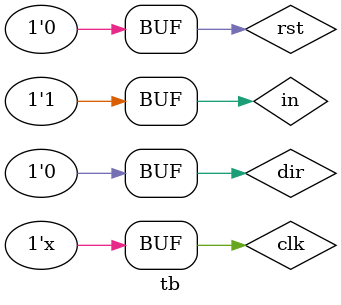
<source format=v>
module tb;

reg in, dir, clk, rst;
wire [3:0] out;

shifter uut(in, dir, clk, rst, out);

always #5 clk = ~clk;

initial begin
  clk = 0;
  dir = 1;
  in = 1;
  rst = 0;
  #20;
  in = 0;
  #20;
  in = 1;
  #20;
  dir = 0;
  #20;
  end
endmodule
  
</source>
